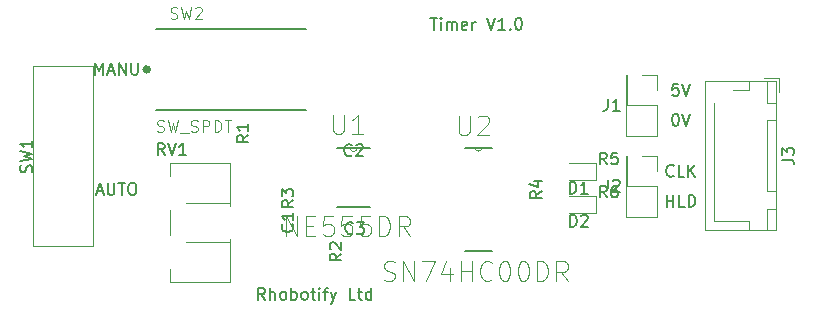
<source format=gbr>
G04 #@! TF.GenerationSoftware,KiCad,Pcbnew,(5.1.4)-1*
G04 #@! TF.CreationDate,2019-10-29T10:28:28+00:00*
G04 #@! TF.ProjectId,timer-board,74696d65-722d-4626-9f61-72642e6b6963,rev?*
G04 #@! TF.SameCoordinates,Original*
G04 #@! TF.FileFunction,Legend,Top*
G04 #@! TF.FilePolarity,Positive*
%FSLAX46Y46*%
G04 Gerber Fmt 4.6, Leading zero omitted, Abs format (unit mm)*
G04 Created by KiCad (PCBNEW (5.1.4)-1) date 2019-10-29 10:28:28*
%MOMM*%
%LPD*%
G04 APERTURE LIST*
%ADD10C,0.150000*%
%ADD11C,0.120000*%
%ADD12C,0.127000*%
%ADD13C,0.300000*%
%ADD14C,0.152400*%
%ADD15C,0.100000*%
%ADD16C,0.050000*%
G04 APERTURE END LIST*
D10*
X328017714Y-127706380D02*
X327684380Y-127230190D01*
X327446285Y-127706380D02*
X327446285Y-126706380D01*
X327827238Y-126706380D01*
X327922476Y-126754000D01*
X327970095Y-126801619D01*
X328017714Y-126896857D01*
X328017714Y-127039714D01*
X327970095Y-127134952D01*
X327922476Y-127182571D01*
X327827238Y-127230190D01*
X327446285Y-127230190D01*
X328446285Y-127706380D02*
X328446285Y-126706380D01*
X328874857Y-127706380D02*
X328874857Y-127182571D01*
X328827238Y-127087333D01*
X328732000Y-127039714D01*
X328589142Y-127039714D01*
X328493904Y-127087333D01*
X328446285Y-127134952D01*
X329493904Y-127706380D02*
X329398666Y-127658761D01*
X329351047Y-127611142D01*
X329303428Y-127515904D01*
X329303428Y-127230190D01*
X329351047Y-127134952D01*
X329398666Y-127087333D01*
X329493904Y-127039714D01*
X329636761Y-127039714D01*
X329732000Y-127087333D01*
X329779619Y-127134952D01*
X329827238Y-127230190D01*
X329827238Y-127515904D01*
X329779619Y-127611142D01*
X329732000Y-127658761D01*
X329636761Y-127706380D01*
X329493904Y-127706380D01*
X330255809Y-127706380D02*
X330255809Y-126706380D01*
X330255809Y-127087333D02*
X330351047Y-127039714D01*
X330541523Y-127039714D01*
X330636761Y-127087333D01*
X330684380Y-127134952D01*
X330732000Y-127230190D01*
X330732000Y-127515904D01*
X330684380Y-127611142D01*
X330636761Y-127658761D01*
X330541523Y-127706380D01*
X330351047Y-127706380D01*
X330255809Y-127658761D01*
X331303428Y-127706380D02*
X331208190Y-127658761D01*
X331160571Y-127611142D01*
X331112952Y-127515904D01*
X331112952Y-127230190D01*
X331160571Y-127134952D01*
X331208190Y-127087333D01*
X331303428Y-127039714D01*
X331446285Y-127039714D01*
X331541523Y-127087333D01*
X331589142Y-127134952D01*
X331636761Y-127230190D01*
X331636761Y-127515904D01*
X331589142Y-127611142D01*
X331541523Y-127658761D01*
X331446285Y-127706380D01*
X331303428Y-127706380D01*
X331922476Y-127039714D02*
X332303428Y-127039714D01*
X332065333Y-126706380D02*
X332065333Y-127563523D01*
X332112952Y-127658761D01*
X332208190Y-127706380D01*
X332303428Y-127706380D01*
X332636761Y-127706380D02*
X332636761Y-127039714D01*
X332636761Y-126706380D02*
X332589142Y-126754000D01*
X332636761Y-126801619D01*
X332684380Y-126754000D01*
X332636761Y-126706380D01*
X332636761Y-126801619D01*
X332970095Y-127039714D02*
X333351047Y-127039714D01*
X333112952Y-127706380D02*
X333112952Y-126849238D01*
X333160571Y-126754000D01*
X333255809Y-126706380D01*
X333351047Y-126706380D01*
X333589142Y-127039714D02*
X333827238Y-127706380D01*
X334065333Y-127039714D02*
X333827238Y-127706380D01*
X333732000Y-127944476D01*
X333684380Y-127992095D01*
X333589142Y-128039714D01*
X335684380Y-127706380D02*
X335208190Y-127706380D01*
X335208190Y-126706380D01*
X335874857Y-127039714D02*
X336255809Y-127039714D01*
X336017714Y-126706380D02*
X336017714Y-127563523D01*
X336065333Y-127658761D01*
X336160571Y-127706380D01*
X336255809Y-127706380D01*
X337017714Y-127706380D02*
X337017714Y-126706380D01*
X337017714Y-127658761D02*
X336922476Y-127706380D01*
X336732000Y-127706380D01*
X336636761Y-127658761D01*
X336589142Y-127611142D01*
X336541523Y-127515904D01*
X336541523Y-127230190D01*
X336589142Y-127134952D01*
X336636761Y-127087333D01*
X336732000Y-127039714D01*
X336922476Y-127039714D01*
X337017714Y-127087333D01*
X342019428Y-103846380D02*
X342590857Y-103846380D01*
X342305142Y-104846380D02*
X342305142Y-103846380D01*
X342924190Y-104846380D02*
X342924190Y-104179714D01*
X342924190Y-103846380D02*
X342876571Y-103894000D01*
X342924190Y-103941619D01*
X342971809Y-103894000D01*
X342924190Y-103846380D01*
X342924190Y-103941619D01*
X343400380Y-104846380D02*
X343400380Y-104179714D01*
X343400380Y-104274952D02*
X343448000Y-104227333D01*
X343543238Y-104179714D01*
X343686095Y-104179714D01*
X343781333Y-104227333D01*
X343828952Y-104322571D01*
X343828952Y-104846380D01*
X343828952Y-104322571D02*
X343876571Y-104227333D01*
X343971809Y-104179714D01*
X344114666Y-104179714D01*
X344209904Y-104227333D01*
X344257523Y-104322571D01*
X344257523Y-104846380D01*
X345114666Y-104798761D02*
X345019428Y-104846380D01*
X344828952Y-104846380D01*
X344733714Y-104798761D01*
X344686095Y-104703523D01*
X344686095Y-104322571D01*
X344733714Y-104227333D01*
X344828952Y-104179714D01*
X345019428Y-104179714D01*
X345114666Y-104227333D01*
X345162285Y-104322571D01*
X345162285Y-104417809D01*
X344686095Y-104513047D01*
X345590857Y-104846380D02*
X345590857Y-104179714D01*
X345590857Y-104370190D02*
X345638476Y-104274952D01*
X345686095Y-104227333D01*
X345781333Y-104179714D01*
X345876571Y-104179714D01*
X346828952Y-103846380D02*
X347162285Y-104846380D01*
X347495619Y-103846380D01*
X348352761Y-104846380D02*
X347781333Y-104846380D01*
X348067047Y-104846380D02*
X348067047Y-103846380D01*
X347971809Y-103989238D01*
X347876571Y-104084476D01*
X347781333Y-104132095D01*
X348781333Y-104751142D02*
X348828952Y-104798761D01*
X348781333Y-104846380D01*
X348733714Y-104798761D01*
X348781333Y-104751142D01*
X348781333Y-104846380D01*
X349448000Y-103846380D02*
X349543238Y-103846380D01*
X349638476Y-103894000D01*
X349686095Y-103941619D01*
X349733714Y-104036857D01*
X349781333Y-104227333D01*
X349781333Y-104465428D01*
X349733714Y-104655904D01*
X349686095Y-104751142D01*
X349638476Y-104798761D01*
X349543238Y-104846380D01*
X349448000Y-104846380D01*
X349352761Y-104798761D01*
X349305142Y-104751142D01*
X349257523Y-104655904D01*
X349209904Y-104465428D01*
X349209904Y-104227333D01*
X349257523Y-104036857D01*
X349305142Y-103941619D01*
X349352761Y-103894000D01*
X349448000Y-103846380D01*
X313801333Y-118530666D02*
X314277523Y-118530666D01*
X313706095Y-118816380D02*
X314039428Y-117816380D01*
X314372761Y-118816380D01*
X314706095Y-117816380D02*
X314706095Y-118625904D01*
X314753714Y-118721142D01*
X314801333Y-118768761D01*
X314896571Y-118816380D01*
X315087047Y-118816380D01*
X315182285Y-118768761D01*
X315229904Y-118721142D01*
X315277523Y-118625904D01*
X315277523Y-117816380D01*
X315610857Y-117816380D02*
X316182285Y-117816380D01*
X315896571Y-118816380D02*
X315896571Y-117816380D01*
X316706095Y-117816380D02*
X316896571Y-117816380D01*
X316991809Y-117864000D01*
X317087047Y-117959238D01*
X317134666Y-118149714D01*
X317134666Y-118483047D01*
X317087047Y-118673523D01*
X316991809Y-118768761D01*
X316896571Y-118816380D01*
X316706095Y-118816380D01*
X316610857Y-118768761D01*
X316515619Y-118673523D01*
X316468000Y-118483047D01*
X316468000Y-118149714D01*
X316515619Y-117959238D01*
X316610857Y-117864000D01*
X316706095Y-117816380D01*
X313658476Y-108656380D02*
X313658476Y-107656380D01*
X313991809Y-108370666D01*
X314325142Y-107656380D01*
X314325142Y-108656380D01*
X314753714Y-108370666D02*
X315229904Y-108370666D01*
X314658476Y-108656380D02*
X314991809Y-107656380D01*
X315325142Y-108656380D01*
X315658476Y-108656380D02*
X315658476Y-107656380D01*
X316229904Y-108656380D01*
X316229904Y-107656380D01*
X316706095Y-107656380D02*
X316706095Y-108465904D01*
X316753714Y-108561142D01*
X316801333Y-108608761D01*
X316896571Y-108656380D01*
X317087047Y-108656380D01*
X317182285Y-108608761D01*
X317229904Y-108561142D01*
X317277523Y-108465904D01*
X317277523Y-107656380D01*
X362029523Y-119832380D02*
X362029523Y-118832380D01*
X362029523Y-119308571D02*
X362600952Y-119308571D01*
X362600952Y-119832380D02*
X362600952Y-118832380D01*
X363553333Y-119832380D02*
X363077142Y-119832380D01*
X363077142Y-118832380D01*
X363886666Y-119832380D02*
X363886666Y-118832380D01*
X364124761Y-118832380D01*
X364267619Y-118880000D01*
X364362857Y-118975238D01*
X364410476Y-119070476D01*
X364458095Y-119260952D01*
X364458095Y-119403809D01*
X364410476Y-119594285D01*
X364362857Y-119689523D01*
X364267619Y-119784761D01*
X364124761Y-119832380D01*
X363886666Y-119832380D01*
X362624761Y-117197142D02*
X362577142Y-117244761D01*
X362434285Y-117292380D01*
X362339047Y-117292380D01*
X362196190Y-117244761D01*
X362100952Y-117149523D01*
X362053333Y-117054285D01*
X362005714Y-116863809D01*
X362005714Y-116720952D01*
X362053333Y-116530476D01*
X362100952Y-116435238D01*
X362196190Y-116340000D01*
X362339047Y-116292380D01*
X362434285Y-116292380D01*
X362577142Y-116340000D01*
X362624761Y-116387619D01*
X363529523Y-117292380D02*
X363053333Y-117292380D01*
X363053333Y-116292380D01*
X363862857Y-117292380D02*
X363862857Y-116292380D01*
X364434285Y-117292380D02*
X364005714Y-116720952D01*
X364434285Y-116292380D02*
X363862857Y-116863809D01*
X362743809Y-111974380D02*
X362839047Y-111974380D01*
X362934285Y-112022000D01*
X362981904Y-112069619D01*
X363029523Y-112164857D01*
X363077142Y-112355333D01*
X363077142Y-112593428D01*
X363029523Y-112783904D01*
X362981904Y-112879142D01*
X362934285Y-112926761D01*
X362839047Y-112974380D01*
X362743809Y-112974380D01*
X362648571Y-112926761D01*
X362600952Y-112879142D01*
X362553333Y-112783904D01*
X362505714Y-112593428D01*
X362505714Y-112355333D01*
X362553333Y-112164857D01*
X362600952Y-112069619D01*
X362648571Y-112022000D01*
X362743809Y-111974380D01*
X363362857Y-111974380D02*
X363696190Y-112974380D01*
X364029523Y-111974380D01*
X363029523Y-109434380D02*
X362553333Y-109434380D01*
X362505714Y-109910571D01*
X362553333Y-109862952D01*
X362648571Y-109815333D01*
X362886666Y-109815333D01*
X362981904Y-109862952D01*
X363029523Y-109910571D01*
X363077142Y-110005809D01*
X363077142Y-110243904D01*
X363029523Y-110339142D01*
X362981904Y-110386761D01*
X362886666Y-110434380D01*
X362648571Y-110434380D01*
X362553333Y-110386761D01*
X362505714Y-110339142D01*
X363362857Y-109434380D02*
X363696190Y-110434380D01*
X364029523Y-109434380D01*
D11*
X371558000Y-108910000D02*
X370308000Y-108910000D01*
X371558000Y-110160000D02*
X371558000Y-108910000D01*
X366058000Y-121060000D02*
X366058000Y-115510000D01*
X369008000Y-121060000D02*
X366058000Y-121060000D01*
X369008000Y-121810000D02*
X369008000Y-121060000D01*
X366058000Y-115510000D02*
X366058000Y-111020000D01*
X369008000Y-109960000D02*
X367668000Y-109960000D01*
X369008000Y-109210000D02*
X369008000Y-109960000D01*
X371258000Y-121810000D02*
X371258000Y-120010000D01*
X370508000Y-121810000D02*
X371258000Y-121810000D01*
X370508000Y-120010000D02*
X370508000Y-121810000D01*
X371258000Y-120010000D02*
X370508000Y-120010000D01*
X371258000Y-111010000D02*
X371258000Y-109210000D01*
X370508000Y-111010000D02*
X371258000Y-111010000D01*
X370508000Y-109210000D02*
X370508000Y-111010000D01*
X371258000Y-109210000D02*
X370508000Y-109210000D01*
X371258000Y-118510000D02*
X371258000Y-112510000D01*
X370508000Y-118510000D02*
X371258000Y-118510000D01*
X370508000Y-112510000D02*
X370508000Y-118510000D01*
X371258000Y-112510000D02*
X370508000Y-112510000D01*
X371268000Y-121820000D02*
X371268000Y-109200000D01*
X365298000Y-121820000D02*
X371268000Y-121820000D01*
X365298000Y-109200000D02*
X365298000Y-121820000D01*
X371268000Y-109200000D02*
X365298000Y-109200000D01*
X313436000Y-107950000D02*
X308356000Y-107950000D01*
X308356000Y-107950000D02*
X308356000Y-123190000D01*
X308356000Y-123190000D02*
X313436000Y-123190000D01*
X313436000Y-123190000D02*
X313436000Y-107950000D01*
X356069000Y-118899000D02*
X353784000Y-118899000D01*
X356069000Y-120369000D02*
X356069000Y-118899000D01*
X353784000Y-120369000D02*
X356069000Y-120369000D01*
X353758500Y-117575000D02*
X356043500Y-117575000D01*
X356043500Y-117575000D02*
X356043500Y-116105000D01*
X356043500Y-116105000D02*
X353758500Y-116105000D01*
X358588000Y-108652000D02*
X358588000Y-113852000D01*
X358648000Y-108652000D02*
X358588000Y-108652000D01*
X361248000Y-113852000D02*
X358588000Y-113852000D01*
X358648000Y-108652000D02*
X358648000Y-111252000D01*
X358648000Y-111252000D02*
X361248000Y-111252000D01*
X361248000Y-111252000D02*
X361248000Y-113852000D01*
X359918000Y-108652000D02*
X361248000Y-108652000D01*
X361248000Y-108652000D02*
X361248000Y-109982000D01*
X361248000Y-115510000D02*
X361248000Y-116840000D01*
X359918000Y-115510000D02*
X361248000Y-115510000D01*
X361248000Y-118110000D02*
X361248000Y-120710000D01*
X358648000Y-118110000D02*
X361248000Y-118110000D01*
X358648000Y-115510000D02*
X358648000Y-118110000D01*
X361248000Y-120710000D02*
X358588000Y-120710000D01*
X358648000Y-115510000D02*
X358588000Y-115510000D01*
X358588000Y-115510000D02*
X358588000Y-120710000D01*
X319999000Y-116137000D02*
X325040000Y-116137000D01*
X319999000Y-126178000D02*
X325040000Y-126178000D01*
X325040000Y-116137000D02*
X325040000Y-119733000D01*
X325040000Y-122583000D02*
X325040000Y-126178000D01*
X319999000Y-125083000D02*
X319999000Y-126178000D01*
X319999000Y-116137000D02*
X319999000Y-117232000D01*
X319999000Y-120084000D02*
X319999000Y-122233000D01*
X321357000Y-119538000D02*
X325040000Y-119538000D01*
X321357000Y-122778000D02*
X325040000Y-122778000D01*
X319999000Y-120084000D02*
X319999000Y-122233000D01*
X325040000Y-119538000D02*
X325040000Y-119733000D01*
X325040000Y-122583000D02*
X325040000Y-122778000D01*
D12*
X318770000Y-111633000D02*
X331470000Y-111633000D01*
X331470000Y-104775000D02*
X318770000Y-104775000D01*
D13*
X318208000Y-108203000D02*
G75*
G03X318208000Y-108203000I-200000J0D01*
G01*
D14*
X334162400Y-119837200D02*
X336905600Y-119837200D01*
X336905600Y-114858800D02*
X335838800Y-114858800D01*
X335838800Y-114858800D02*
X335229200Y-114858800D01*
X335229200Y-114858800D02*
X334162400Y-114858800D01*
D15*
X335838800Y-114858800D02*
G75*
G02X335229200Y-114858800I-304800J0D01*
G01*
D14*
X344932000Y-123558800D02*
X347243400Y-123558800D01*
X347243400Y-114821200D02*
X346405200Y-114821200D01*
X346405200Y-114821200D02*
X345795600Y-114821200D01*
X345795600Y-114821200D02*
X344932000Y-114821200D01*
D15*
X346405200Y-114821200D02*
G75*
G02X345795600Y-114821200I-304800J0D01*
G01*
D10*
X371810380Y-115843333D02*
X372524666Y-115843333D01*
X372667523Y-115890952D01*
X372762761Y-115986190D01*
X372810380Y-116129047D01*
X372810380Y-116224285D01*
X371810380Y-115462380D02*
X371810380Y-114843333D01*
X372191333Y-115176666D01*
X372191333Y-115033809D01*
X372238952Y-114938571D01*
X372286571Y-114890952D01*
X372381809Y-114843333D01*
X372619904Y-114843333D01*
X372715142Y-114890952D01*
X372762761Y-114938571D01*
X372810380Y-115033809D01*
X372810380Y-115319523D01*
X372762761Y-115414761D01*
X372715142Y-115462380D01*
X308260761Y-116903333D02*
X308308380Y-116760476D01*
X308308380Y-116522380D01*
X308260761Y-116427142D01*
X308213142Y-116379523D01*
X308117904Y-116331904D01*
X308022666Y-116331904D01*
X307927428Y-116379523D01*
X307879809Y-116427142D01*
X307832190Y-116522380D01*
X307784571Y-116712857D01*
X307736952Y-116808095D01*
X307689333Y-116855714D01*
X307594095Y-116903333D01*
X307498857Y-116903333D01*
X307403619Y-116855714D01*
X307356000Y-116808095D01*
X307308380Y-116712857D01*
X307308380Y-116474761D01*
X307356000Y-116331904D01*
X307308380Y-115998571D02*
X308308380Y-115760476D01*
X307594095Y-115570000D01*
X308308380Y-115379523D01*
X307308380Y-115141428D01*
X308308380Y-114236666D02*
X308308380Y-114808095D01*
X308308380Y-114522380D02*
X307308380Y-114522380D01*
X307451238Y-114617619D01*
X307546476Y-114712857D01*
X307594095Y-114808095D01*
X356957333Y-119036380D02*
X356624000Y-118560190D01*
X356385904Y-119036380D02*
X356385904Y-118036380D01*
X356766857Y-118036380D01*
X356862095Y-118084000D01*
X356909714Y-118131619D01*
X356957333Y-118226857D01*
X356957333Y-118369714D01*
X356909714Y-118464952D01*
X356862095Y-118512571D01*
X356766857Y-118560190D01*
X356385904Y-118560190D01*
X357814476Y-118036380D02*
X357624000Y-118036380D01*
X357528761Y-118084000D01*
X357481142Y-118131619D01*
X357385904Y-118274476D01*
X357338285Y-118464952D01*
X357338285Y-118845904D01*
X357385904Y-118941142D01*
X357433523Y-118988761D01*
X357528761Y-119036380D01*
X357719238Y-119036380D01*
X357814476Y-118988761D01*
X357862095Y-118941142D01*
X357909714Y-118845904D01*
X357909714Y-118607809D01*
X357862095Y-118512571D01*
X357814476Y-118464952D01*
X357719238Y-118417333D01*
X357528761Y-118417333D01*
X357433523Y-118464952D01*
X357385904Y-118512571D01*
X357338285Y-118607809D01*
X353845904Y-121516380D02*
X353845904Y-120516380D01*
X354084000Y-120516380D01*
X354226857Y-120564000D01*
X354322095Y-120659238D01*
X354369714Y-120754476D01*
X354417333Y-120944952D01*
X354417333Y-121087809D01*
X354369714Y-121278285D01*
X354322095Y-121373523D01*
X354226857Y-121468761D01*
X354084000Y-121516380D01*
X353845904Y-121516380D01*
X354798285Y-120611619D02*
X354845904Y-120564000D01*
X354941142Y-120516380D01*
X355179238Y-120516380D01*
X355274476Y-120564000D01*
X355322095Y-120611619D01*
X355369714Y-120706857D01*
X355369714Y-120802095D01*
X355322095Y-120944952D01*
X354750666Y-121516380D01*
X355369714Y-121516380D01*
X330337142Y-121324666D02*
X330384761Y-121372285D01*
X330432380Y-121515142D01*
X330432380Y-121610380D01*
X330384761Y-121753238D01*
X330289523Y-121848476D01*
X330194285Y-121896095D01*
X330003809Y-121943714D01*
X329860952Y-121943714D01*
X329670476Y-121896095D01*
X329575238Y-121848476D01*
X329480000Y-121753238D01*
X329432380Y-121610380D01*
X329432380Y-121515142D01*
X329480000Y-121372285D01*
X329527619Y-121324666D01*
X330432380Y-120372285D02*
X330432380Y-120943714D01*
X330432380Y-120658000D02*
X329432380Y-120658000D01*
X329575238Y-120753238D01*
X329670476Y-120848476D01*
X329718095Y-120943714D01*
X335367333Y-115453142D02*
X335319714Y-115500761D01*
X335176857Y-115548380D01*
X335081619Y-115548380D01*
X334938761Y-115500761D01*
X334843523Y-115405523D01*
X334795904Y-115310285D01*
X334748285Y-115119809D01*
X334748285Y-114976952D01*
X334795904Y-114786476D01*
X334843523Y-114691238D01*
X334938761Y-114596000D01*
X335081619Y-114548380D01*
X335176857Y-114548380D01*
X335319714Y-114596000D01*
X335367333Y-114643619D01*
X335748285Y-114643619D02*
X335795904Y-114596000D01*
X335891142Y-114548380D01*
X336129238Y-114548380D01*
X336224476Y-114596000D01*
X336272095Y-114643619D01*
X336319714Y-114738857D01*
X336319714Y-114834095D01*
X336272095Y-114976952D01*
X335700666Y-115548380D01*
X336319714Y-115548380D01*
X335458333Y-122057142D02*
X335410714Y-122104761D01*
X335267857Y-122152380D01*
X335172619Y-122152380D01*
X335029761Y-122104761D01*
X334934523Y-122009523D01*
X334886904Y-121914285D01*
X334839285Y-121723809D01*
X334839285Y-121580952D01*
X334886904Y-121390476D01*
X334934523Y-121295238D01*
X335029761Y-121200000D01*
X335172619Y-121152380D01*
X335267857Y-121152380D01*
X335410714Y-121200000D01*
X335458333Y-121247619D01*
X335791666Y-121152380D02*
X336410714Y-121152380D01*
X336077380Y-121533333D01*
X336220238Y-121533333D01*
X336315476Y-121580952D01*
X336363095Y-121628571D01*
X336410714Y-121723809D01*
X336410714Y-121961904D01*
X336363095Y-122057142D01*
X336315476Y-122104761D01*
X336220238Y-122152380D01*
X335934523Y-122152380D01*
X335839285Y-122104761D01*
X335791666Y-122057142D01*
X353820404Y-118722380D02*
X353820404Y-117722380D01*
X354058500Y-117722380D01*
X354201357Y-117770000D01*
X354296595Y-117865238D01*
X354344214Y-117960476D01*
X354391833Y-118150952D01*
X354391833Y-118293809D01*
X354344214Y-118484285D01*
X354296595Y-118579523D01*
X354201357Y-118674761D01*
X354058500Y-118722380D01*
X353820404Y-118722380D01*
X355344214Y-118722380D02*
X354772785Y-118722380D01*
X355058500Y-118722380D02*
X355058500Y-117722380D01*
X354963261Y-117865238D01*
X354868023Y-117960476D01*
X354772785Y-118008095D01*
X357044666Y-110704380D02*
X357044666Y-111418666D01*
X356997047Y-111561523D01*
X356901809Y-111656761D01*
X356758952Y-111704380D01*
X356663714Y-111704380D01*
X358044666Y-111704380D02*
X357473238Y-111704380D01*
X357758952Y-111704380D02*
X357758952Y-110704380D01*
X357663714Y-110847238D01*
X357568476Y-110942476D01*
X357473238Y-110990095D01*
X357044666Y-117562380D02*
X357044666Y-118276666D01*
X356997047Y-118419523D01*
X356901809Y-118514761D01*
X356758952Y-118562380D01*
X356663714Y-118562380D01*
X357473238Y-117657619D02*
X357520857Y-117610000D01*
X357616095Y-117562380D01*
X357854190Y-117562380D01*
X357949428Y-117610000D01*
X357997047Y-117657619D01*
X358044666Y-117752857D01*
X358044666Y-117848095D01*
X357997047Y-117990952D01*
X357425619Y-118562380D01*
X358044666Y-118562380D01*
X326622380Y-113770666D02*
X326146190Y-114104000D01*
X326622380Y-114342095D02*
X325622380Y-114342095D01*
X325622380Y-113961142D01*
X325670000Y-113865904D01*
X325717619Y-113818285D01*
X325812857Y-113770666D01*
X325955714Y-113770666D01*
X326050952Y-113818285D01*
X326098571Y-113865904D01*
X326146190Y-113961142D01*
X326146190Y-114342095D01*
X326622380Y-112818285D02*
X326622380Y-113389714D01*
X326622380Y-113104000D02*
X325622380Y-113104000D01*
X325765238Y-113199238D01*
X325860476Y-113294476D01*
X325908095Y-113389714D01*
X334496380Y-123798666D02*
X334020190Y-124132000D01*
X334496380Y-124370095D02*
X333496380Y-124370095D01*
X333496380Y-123989142D01*
X333544000Y-123893904D01*
X333591619Y-123846285D01*
X333686857Y-123798666D01*
X333829714Y-123798666D01*
X333924952Y-123846285D01*
X333972571Y-123893904D01*
X334020190Y-123989142D01*
X334020190Y-124370095D01*
X333591619Y-123417714D02*
X333544000Y-123370095D01*
X333496380Y-123274857D01*
X333496380Y-123036761D01*
X333544000Y-122941523D01*
X333591619Y-122893904D01*
X333686857Y-122846285D01*
X333782095Y-122846285D01*
X333924952Y-122893904D01*
X334496380Y-123465333D01*
X334496380Y-122846285D01*
X330432380Y-119292666D02*
X329956190Y-119626000D01*
X330432380Y-119864095D02*
X329432380Y-119864095D01*
X329432380Y-119483142D01*
X329480000Y-119387904D01*
X329527619Y-119340285D01*
X329622857Y-119292666D01*
X329765714Y-119292666D01*
X329860952Y-119340285D01*
X329908571Y-119387904D01*
X329956190Y-119483142D01*
X329956190Y-119864095D01*
X329432380Y-118959333D02*
X329432380Y-118340285D01*
X329813333Y-118673619D01*
X329813333Y-118530761D01*
X329860952Y-118435523D01*
X329908571Y-118387904D01*
X330003809Y-118340285D01*
X330241904Y-118340285D01*
X330337142Y-118387904D01*
X330384761Y-118435523D01*
X330432380Y-118530761D01*
X330432380Y-118816476D01*
X330384761Y-118911714D01*
X330337142Y-118959333D01*
X351446380Y-118530666D02*
X350970190Y-118864000D01*
X351446380Y-119102095D02*
X350446380Y-119102095D01*
X350446380Y-118721142D01*
X350494000Y-118625904D01*
X350541619Y-118578285D01*
X350636857Y-118530666D01*
X350779714Y-118530666D01*
X350874952Y-118578285D01*
X350922571Y-118625904D01*
X350970190Y-118721142D01*
X350970190Y-119102095D01*
X350779714Y-117673523D02*
X351446380Y-117673523D01*
X350398761Y-117911619D02*
X351113047Y-118149714D01*
X351113047Y-117530666D01*
X356957333Y-116242380D02*
X356624000Y-115766190D01*
X356385904Y-116242380D02*
X356385904Y-115242380D01*
X356766857Y-115242380D01*
X356862095Y-115290000D01*
X356909714Y-115337619D01*
X356957333Y-115432857D01*
X356957333Y-115575714D01*
X356909714Y-115670952D01*
X356862095Y-115718571D01*
X356766857Y-115766190D01*
X356385904Y-115766190D01*
X357862095Y-115242380D02*
X357385904Y-115242380D01*
X357338285Y-115718571D01*
X357385904Y-115670952D01*
X357481142Y-115623333D01*
X357719238Y-115623333D01*
X357814476Y-115670952D01*
X357862095Y-115718571D01*
X357909714Y-115813809D01*
X357909714Y-116051904D01*
X357862095Y-116147142D01*
X357814476Y-116194761D01*
X357719238Y-116242380D01*
X357481142Y-116242380D01*
X357385904Y-116194761D01*
X357338285Y-116147142D01*
X319524761Y-115460380D02*
X319191428Y-114984190D01*
X318953333Y-115460380D02*
X318953333Y-114460380D01*
X319334285Y-114460380D01*
X319429523Y-114508000D01*
X319477142Y-114555619D01*
X319524761Y-114650857D01*
X319524761Y-114793714D01*
X319477142Y-114888952D01*
X319429523Y-114936571D01*
X319334285Y-114984190D01*
X318953333Y-114984190D01*
X319810476Y-114460380D02*
X320143809Y-115460380D01*
X320477142Y-114460380D01*
X321334285Y-115460380D02*
X320762857Y-115460380D01*
X321048571Y-115460380D02*
X321048571Y-114460380D01*
X320953333Y-114603238D01*
X320858095Y-114698476D01*
X320762857Y-114746095D01*
D16*
X320029813Y-103894325D02*
X320172671Y-103941945D01*
X320410769Y-103941945D01*
X320506008Y-103894325D01*
X320553628Y-103846706D01*
X320601247Y-103751467D01*
X320601247Y-103656228D01*
X320553628Y-103560989D01*
X320506008Y-103513369D01*
X320410769Y-103465750D01*
X320220291Y-103418130D01*
X320125052Y-103370511D01*
X320077432Y-103322891D01*
X320029813Y-103227652D01*
X320029813Y-103132413D01*
X320077432Y-103037174D01*
X320125052Y-102989555D01*
X320220291Y-102941935D01*
X320458389Y-102941935D01*
X320601247Y-102989555D01*
X320934584Y-102941935D02*
X321172681Y-103941945D01*
X321363160Y-103227652D01*
X321553638Y-103941945D01*
X321791735Y-102941935D01*
X322125072Y-103037174D02*
X322172691Y-102989555D01*
X322267930Y-102941935D01*
X322506028Y-102941935D01*
X322601267Y-102989555D01*
X322648887Y-103037174D01*
X322696506Y-103132413D01*
X322696506Y-103227652D01*
X322648887Y-103370511D01*
X322077452Y-103941945D01*
X322696506Y-103941945D01*
X318895308Y-113446288D02*
X319038185Y-113493914D01*
X319276314Y-113493914D01*
X319371565Y-113446288D01*
X319419191Y-113398662D01*
X319466817Y-113303411D01*
X319466817Y-113208160D01*
X319419191Y-113112908D01*
X319371565Y-113065282D01*
X319276314Y-113017657D01*
X319085811Y-112970031D01*
X318990560Y-112922405D01*
X318942934Y-112874780D01*
X318895308Y-112779528D01*
X318895308Y-112684277D01*
X318942934Y-112589025D01*
X318990560Y-112541400D01*
X319085811Y-112493774D01*
X319323940Y-112493774D01*
X319466817Y-112541400D01*
X319800197Y-112493774D02*
X320038325Y-113493914D01*
X320228828Y-112779528D01*
X320419331Y-113493914D01*
X320657460Y-112493774D01*
X320800337Y-113589165D02*
X321562348Y-113589165D01*
X321752851Y-113446288D02*
X321895728Y-113493914D01*
X322133857Y-113493914D01*
X322229108Y-113446288D01*
X322276734Y-113398662D01*
X322324360Y-113303411D01*
X322324360Y-113208160D01*
X322276734Y-113112908D01*
X322229108Y-113065282D01*
X322133857Y-113017657D01*
X321943354Y-112970031D01*
X321848102Y-112922405D01*
X321800477Y-112874780D01*
X321752851Y-112779528D01*
X321752851Y-112684277D01*
X321800477Y-112589025D01*
X321848102Y-112541400D01*
X321943354Y-112493774D01*
X322181482Y-112493774D01*
X322324360Y-112541400D01*
X322752991Y-113493914D02*
X322752991Y-112493774D01*
X323133997Y-112493774D01*
X323229248Y-112541400D01*
X323276874Y-112589025D01*
X323324500Y-112684277D01*
X323324500Y-112827154D01*
X323276874Y-112922405D01*
X323229248Y-112970031D01*
X323133997Y-113017657D01*
X322752991Y-113017657D01*
X323753131Y-113493914D02*
X323753131Y-112493774D01*
X323991260Y-112493774D01*
X324134137Y-112541400D01*
X324229388Y-112636651D01*
X324277014Y-112731902D01*
X324324640Y-112922405D01*
X324324640Y-113065282D01*
X324277014Y-113255785D01*
X324229388Y-113351037D01*
X324134137Y-113446288D01*
X323991260Y-113493914D01*
X323753131Y-113493914D01*
X324610394Y-112493774D02*
X325181902Y-112493774D01*
X324896148Y-113493914D02*
X324896148Y-112493774D01*
X333776370Y-112029970D02*
X333776370Y-113357670D01*
X333854470Y-113513870D01*
X333932570Y-113591970D01*
X334088770Y-113670070D01*
X334401170Y-113670070D01*
X334557370Y-113591970D01*
X334635470Y-113513870D01*
X334713570Y-113357670D01*
X334713570Y-112029970D01*
X336353670Y-113670070D02*
X335416470Y-113670070D01*
X335885070Y-113670070D02*
X335885070Y-112029970D01*
X335728870Y-112264270D01*
X335572670Y-112420470D01*
X335416470Y-112498570D01*
X329801685Y-122285708D02*
X329801685Y-120644108D01*
X330739742Y-122285708D01*
X330739742Y-120644108D01*
X331521456Y-121425822D02*
X332068656Y-121425822D01*
X332303170Y-122285708D02*
X331521456Y-122285708D01*
X331521456Y-120644108D01*
X332303170Y-120644108D01*
X333788427Y-120644108D02*
X333006713Y-120644108D01*
X332928542Y-121425822D01*
X333006713Y-121347651D01*
X333163056Y-121269480D01*
X333553913Y-121269480D01*
X333710256Y-121347651D01*
X333788427Y-121425822D01*
X333866599Y-121582165D01*
X333866599Y-121973022D01*
X333788427Y-122129365D01*
X333710256Y-122207537D01*
X333553913Y-122285708D01*
X333163056Y-122285708D01*
X333006713Y-122207537D01*
X332928542Y-122129365D01*
X335351856Y-120644108D02*
X334570142Y-120644108D01*
X334491970Y-121425822D01*
X334570142Y-121347651D01*
X334726485Y-121269480D01*
X335117342Y-121269480D01*
X335273685Y-121347651D01*
X335351856Y-121425822D01*
X335430027Y-121582165D01*
X335430027Y-121973022D01*
X335351856Y-122129365D01*
X335273685Y-122207537D01*
X335117342Y-122285708D01*
X334726485Y-122285708D01*
X334570142Y-122207537D01*
X334491970Y-122129365D01*
X336915285Y-120644108D02*
X336133570Y-120644108D01*
X336055399Y-121425822D01*
X336133570Y-121347651D01*
X336289913Y-121269480D01*
X336680770Y-121269480D01*
X336837113Y-121347651D01*
X336915285Y-121425822D01*
X336993456Y-121582165D01*
X336993456Y-121973022D01*
X336915285Y-122129365D01*
X336837113Y-122207537D01*
X336680770Y-122285708D01*
X336289913Y-122285708D01*
X336133570Y-122207537D01*
X336055399Y-122129365D01*
X337696999Y-122285708D02*
X337696999Y-120644108D01*
X338087856Y-120644108D01*
X338322370Y-120722280D01*
X338478713Y-120878622D01*
X338556885Y-121034965D01*
X338635056Y-121347651D01*
X338635056Y-121582165D01*
X338556885Y-121894851D01*
X338478713Y-122051194D01*
X338322370Y-122207537D01*
X338087856Y-122285708D01*
X337696999Y-122285708D01*
X340276656Y-122285708D02*
X339729456Y-121503994D01*
X339338599Y-122285708D02*
X339338599Y-120644108D01*
X339963970Y-120644108D01*
X340120313Y-120722280D01*
X340198485Y-120800451D01*
X340276656Y-120956794D01*
X340276656Y-121191308D01*
X340198485Y-121347651D01*
X340120313Y-121425822D01*
X339963970Y-121503994D01*
X339338599Y-121503994D01*
X344416667Y-112113273D02*
X344416667Y-113441677D01*
X344494808Y-113597960D01*
X344572950Y-113676102D01*
X344729232Y-113754243D01*
X345041798Y-113754243D01*
X345198081Y-113676102D01*
X345276222Y-113597960D01*
X345354364Y-113441677D01*
X345354364Y-112113273D01*
X346057637Y-112269556D02*
X346135778Y-112191415D01*
X346292061Y-112113273D01*
X346682768Y-112113273D01*
X346839051Y-112191415D01*
X346917192Y-112269556D01*
X346995334Y-112425839D01*
X346995334Y-112582122D01*
X346917192Y-112816546D01*
X345979495Y-113754243D01*
X346995334Y-113754243D01*
X338101199Y-126026057D02*
X338335487Y-126104153D01*
X338725968Y-126104153D01*
X338882160Y-126026057D01*
X338960257Y-125947961D01*
X339038353Y-125791769D01*
X339038353Y-125635576D01*
X338960257Y-125479384D01*
X338882160Y-125401288D01*
X338725968Y-125323191D01*
X338413583Y-125245095D01*
X338257391Y-125166999D01*
X338179295Y-125088903D01*
X338101199Y-124932710D01*
X338101199Y-124776518D01*
X338179295Y-124620326D01*
X338257391Y-124542230D01*
X338413583Y-124464133D01*
X338804064Y-124464133D01*
X339038353Y-124542230D01*
X339741219Y-126104153D02*
X339741219Y-124464133D01*
X340678373Y-126104153D01*
X340678373Y-124464133D01*
X341303142Y-124464133D02*
X342396489Y-124464133D01*
X341693623Y-126104153D01*
X343724124Y-125010807D02*
X343724124Y-126104153D01*
X343333643Y-124386037D02*
X342943162Y-125557480D01*
X343958413Y-125557480D01*
X344583182Y-126104153D02*
X344583182Y-124464133D01*
X344583182Y-125245095D02*
X345520337Y-125245095D01*
X345520337Y-126104153D02*
X345520337Y-124464133D01*
X347238453Y-125947961D02*
X347160357Y-126026057D01*
X346926068Y-126104153D01*
X346769876Y-126104153D01*
X346535587Y-126026057D01*
X346379395Y-125869865D01*
X346301299Y-125713672D01*
X346223202Y-125401288D01*
X346223202Y-125166999D01*
X346301299Y-124854614D01*
X346379395Y-124698422D01*
X346535587Y-124542230D01*
X346769876Y-124464133D01*
X346926068Y-124464133D01*
X347160357Y-124542230D01*
X347238453Y-124620326D01*
X348253703Y-124464133D02*
X348409896Y-124464133D01*
X348566088Y-124542230D01*
X348644184Y-124620326D01*
X348722280Y-124776518D01*
X348800377Y-125088903D01*
X348800377Y-125479384D01*
X348722280Y-125791769D01*
X348644184Y-125947961D01*
X348566088Y-126026057D01*
X348409896Y-126104153D01*
X348253703Y-126104153D01*
X348097511Y-126026057D01*
X348019415Y-125947961D01*
X347941319Y-125791769D01*
X347863222Y-125479384D01*
X347863222Y-125088903D01*
X347941319Y-124776518D01*
X348019415Y-124620326D01*
X348097511Y-124542230D01*
X348253703Y-124464133D01*
X349815627Y-124464133D02*
X349971820Y-124464133D01*
X350128012Y-124542230D01*
X350206108Y-124620326D01*
X350284204Y-124776518D01*
X350362300Y-125088903D01*
X350362300Y-125479384D01*
X350284204Y-125791769D01*
X350206108Y-125947961D01*
X350128012Y-126026057D01*
X349971820Y-126104153D01*
X349815627Y-126104153D01*
X349659435Y-126026057D01*
X349581339Y-125947961D01*
X349503242Y-125791769D01*
X349425146Y-125479384D01*
X349425146Y-125088903D01*
X349503242Y-124776518D01*
X349581339Y-124620326D01*
X349659435Y-124542230D01*
X349815627Y-124464133D01*
X351065166Y-126104153D02*
X351065166Y-124464133D01*
X351455647Y-124464133D01*
X351689936Y-124542230D01*
X351846128Y-124698422D01*
X351924224Y-124854614D01*
X352002320Y-125166999D01*
X352002320Y-125401288D01*
X351924224Y-125713672D01*
X351846128Y-125869865D01*
X351689936Y-126026057D01*
X351455647Y-126104153D01*
X351065166Y-126104153D01*
X353642340Y-126104153D02*
X353095667Y-125323191D01*
X352705186Y-126104153D02*
X352705186Y-124464133D01*
X353329956Y-124464133D01*
X353486148Y-124542230D01*
X353564244Y-124620326D01*
X353642340Y-124776518D01*
X353642340Y-125010807D01*
X353564244Y-125166999D01*
X353486148Y-125245095D01*
X353329956Y-125323191D01*
X352705186Y-125323191D01*
M02*

</source>
